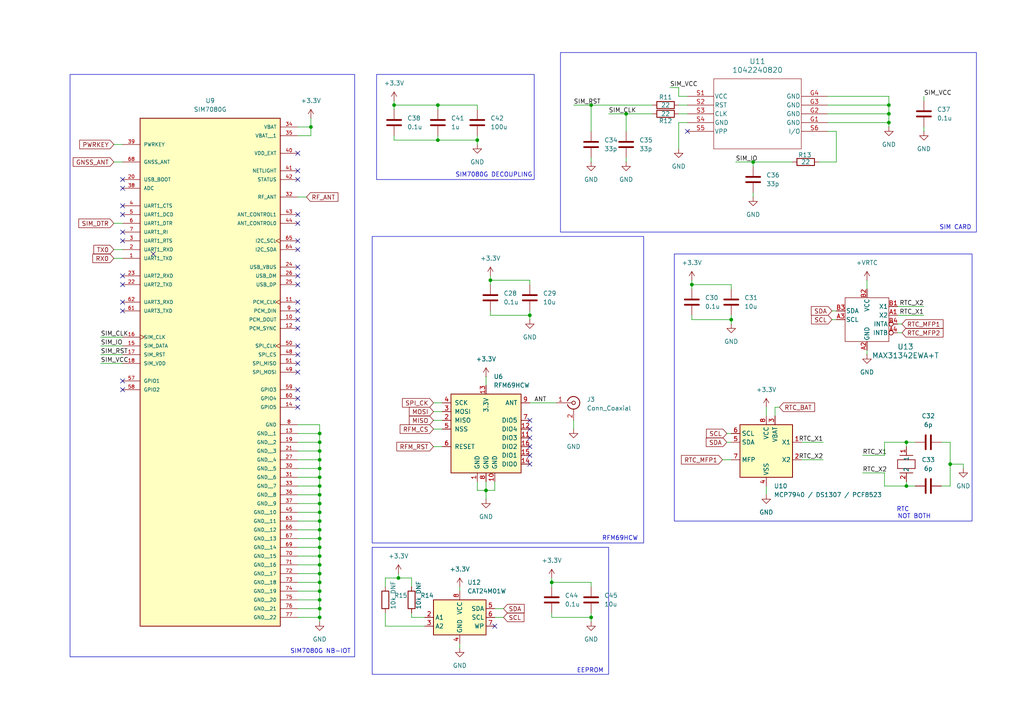
<source format=kicad_sch>
(kicad_sch (version 20231120) (generator "eeschema") (generator_version "8.0")
  (paper "A4")
  (lib_symbols
    (symbol "2024-05-28_14-23-12:SC32S-7PF20PPM" (pin_names (offset 0.254))
      (property "Reference" "XTAL" (at 5.08 4.445 0))
      (property "Value" "SC32S-7PF20PPM" (at 5.08 -4.445 0))
      (symbol "SC32S-7PF20PPM_1_1"
        (polyline (pts (xy 2.54 -1.905) (xy 2.54 1.905)) (stroke (width 0.2032)))
        (polyline (pts (xy 3.81 -2.54) (xy 3.81 2.54)) (stroke (width 0.2032)))
        (polyline (pts (xy 3.81 2.54) (xy 6.35 2.54)) (stroke (width 0.2032)))
        (polyline (pts (xy 6.35 -2.54) (xy 3.81 -2.54)) (stroke (width 0.2032)))
        (polyline (pts (xy 6.35 2.54) (xy 6.35 -2.54)) (stroke (width 0.2032)))
        (polyline (pts (xy 7.62 -1.905) (xy 7.62 1.905)) (stroke (width 0.2032)))
        (pin unspecified line (at 0 0 0) (length 2.54) (name "1") (number "1"))
        (pin unspecified line (at 10.16 0 180) (length 2.54) (name "2") (number "2"))
      )
      (symbol "SC32S-7PF20PPM_1_2"
        (polyline (pts (xy -2.54 3.81) (xy -2.54 6.35)) (stroke (width 0.2032)))
        (polyline (pts (xy -2.54 6.35) (xy 2.54 6.35)) (stroke (width 0.2032)))
        (polyline (pts (xy 1.905 2.54) (xy -1.905 2.54)) (stroke (width 0.2032)))
        (polyline (pts (xy 1.905 7.62) (xy -1.905 7.62)) (stroke (width 0.2032)))
        (polyline (pts (xy 2.54 3.81) (xy -2.54 3.81)) (stroke (width 0.2032)))
        (polyline (pts (xy 2.54 6.35) (xy 2.54 3.81)) (stroke (width 0.2032)))
        (pin unspecified line (at 0 0 90) (length 2.54) (name "1") (number "1"))
        (pin unspecified line (at 0 10.16 270) (length 2.54) (name "2") (number "2"))
      )
    )
    (symbol "2024-08-12_18-24-49:1042240820" (pin_names (offset 0.254))
      (property "Reference" "U" (at 20.32 10.16 0))
      (property "Value" "1042240820" (at 20.32 7.62 0))
      (symbol "1042240820_0_1"
        (polyline (pts (xy 7.62 -15.24) (xy 33.02 -15.24)) (stroke (width 0.127)))
        (polyline (pts (xy 7.62 5.08) (xy 7.62 -15.24)) (stroke (width 0.127)))
        (polyline (pts (xy 33.02 -15.24) (xy 33.02 5.08)) (stroke (width 0.127)))
        (polyline (pts (xy 33.02 5.08) (xy 7.62 5.08)) (stroke (width 0.127)))
        (pin power_out line (at 40.64 -7.62 180) (length 7.62) (name "GND") (number "G1"))
        (pin power_out line (at 40.64 -5.08 180) (length 7.62) (name "GND") (number "G2"))
        (pin power_out line (at 40.64 -2.54 180) (length 7.62) (name "GND") (number "G3"))
        (pin power_out line (at 40.64 0 180) (length 7.62) (name "GND") (number "G4"))
        (pin power_in line (at 0 0 0) (length 7.62) (name "VCC") (number "S1"))
        (pin unspecified line (at 0 -2.54 0) (length 7.62) (name "RST") (number "S2"))
        (pin unspecified line (at 0 -5.08 0) (length 7.62) (name "CLK") (number "S3"))
        (pin power_out line (at 0 -7.62 0) (length 7.62) (name "GND") (number "S4"))
        (pin power_in line (at 0 -10.16 0) (length 7.62) (name "VPP") (number "S5"))
        (pin unspecified line (at 40.64 -10.16 180) (length 7.62) (name "I/O") (number "S6"))
      )
    )
    (symbol "Connector:Conn_Coaxial" (pin_names (offset 1.016) hide)
      (property "Reference" "J" (at 0.254 3.048 0))
      (property "Value" "Conn_Coaxial" (at 2.921 0 90))
      (symbol "Conn_Coaxial_0_1"
        (arc (start -1.778 -0.508) (mid 0.2311 -1.8066) (end 1.778 0) (stroke (width 0.254)))
        (polyline (pts (xy -2.54 0) (xy -0.508 0)))
        (polyline (pts (xy 0 -2.54) (xy 0 -1.778)))
        (circle (center 0 0) (radius 0.508) (stroke (width 0.2032)))
        (arc (start 1.778 0) (mid 0.2099 1.8101) (end -1.778 0.508) (stroke (width 0.254)))
      )
      (symbol "Conn_Coaxial_1_1"
        (pin passive line (at -5.08 0 0) (length 2.54) (name "In") (number "1"))
        (pin passive line (at 0 -5.08 90) (length 2.54) (name "Ext") (number "2"))
      )
    )
    (symbol "Device:C" (pin_numbers hide) (pin_names (offset 0.254))
      (property "Reference" "C" (at 0.635 2.54 0))
      (property "Value" "C" (at 0.635 -2.54 0))
      (symbol "C_0_1"
        (polyline (pts (xy -2.032 -0.762) (xy 2.032 -0.762)) (stroke (width 0.508)))
        (polyline (pts (xy -2.032 0.762) (xy 2.032 0.762)) (stroke (width 0.508)))
      )
      (symbol "C_1_1"
        (pin passive line (at 0 3.81 270) (length 2.794) (name "~") (number "1"))
        (pin passive line (at 0 -3.81 90) (length 2.794) (name "~") (number "2"))
      )
    )
    (symbol "Device:R" (pin_numbers hide) (pin_names (offset 0))
      (property "Reference" "R" (at 2.032 0 90))
      (property "Value" "R" (at 0 0 90))
      (symbol "R_0_1"
        (rectangle (start -1.016 -2.54) (end 1.016 2.54) (stroke (width 0.254)))
      )
      (symbol "R_1_1"
        (pin passive line (at 0 3.81 270) (length 1.27) (name "~") (number "1"))
        (pin passive line (at 0 -3.81 90) (length 1.27) (name "~") (number "2"))
      )
    )
    (symbol "Memory_EEPROM:CAT24M01W"
      (property "Reference" "U" (at 2.54 8.89 0))
      (property "Value" "CAT24M01W" (at 6.35 6.35 0))
      (symbol "CAT24M01W_1_1"
        (rectangle (start -7.62 5.08) (end 7.62 -5.08) (stroke (width 0.254)) (fill (type background)))
        (pin no_connect line (at -7.62 2.54 0) (length 2.54) hide (name "NC") (number "1"))
        (pin input line (at -10.16 0 0) (length 2.54) (name "A1") (number "2"))
        (pin input line (at -10.16 -2.54 0) (length 2.54) (name "A2") (number "3"))
        (pin power_in line (at 0 -7.62 90) (length 2.54) (name "GND") (number "4"))
        (pin bidirectional line (at 10.16 2.54 180) (length 2.54) (name "SDA") (number "5"))
        (pin input line (at 10.16 0 180) (length 2.54) (name "SCL") (number "6"))
        (pin input line (at 10.16 -2.54 180) (length 2.54) (name "WP") (number "7"))
        (pin power_in line (at 0 7.62 270) (length 2.54) (name "VCC") (number "8"))
      )
    )
    (symbol "RF_Module:RFM69HCW" (pin_names (offset 1.016))
      (property "Reference" "U" (at -10.414 11.684 0))
      (property "Value" "RFM69HCW" (at 1.524 11.43 0))
      (symbol "RFM69HCW_0_1"
        (rectangle (start -10.16 10.16) (end 10.16 -12.7) (stroke (width 0.254)) (fill (type background)))
      )
      (symbol "RFM69HCW_1_1"
        (pin power_in line (at -2.54 -15.24 90) (length 2.54) (name "GND") (number "1"))
        (pin power_in line (at 2.54 -15.24 90) (length 2.54) (name "GND") (number "10"))
        (pin bidirectional line (at 12.7 -2.54 180) (length 2.54) (name "DIO3") (number "11"))
        (pin bidirectional line (at 12.7 0 180) (length 2.54) (name "DIO4") (number "12"))
        (pin power_in line (at 0 12.7 270) (length 2.54) (name "3.3V") (number "13"))
        (pin bidirectional line (at 12.7 -10.16 180) (length 2.54) (name "DIO0") (number "14"))
        (pin bidirectional line (at 12.7 -7.62 180) (length 2.54) (name "DIO1") (number "15"))
        (pin bidirectional line (at 12.7 -5.08 180) (length 2.54) (name "DIO2") (number "16"))
        (pin output line (at -12.7 2.54 0) (length 2.54) (name "MISO") (number "2"))
        (pin input line (at -12.7 5.08 0) (length 2.54) (name "MOSI") (number "3"))
        (pin input line (at -12.7 7.62 0) (length 2.54) (name "SCK") (number "4"))
        (pin input line (at -12.7 0 0) (length 2.54) (name "NSS") (number "5"))
        (pin bidirectional line (at -12.7 -5.08 0) (length 2.54) (name "RESET") (number "6"))
        (pin bidirectional line (at 12.7 2.54 180) (length 2.54) (name "DIO5") (number "7"))
        (pin power_in line (at 0 -15.24 90) (length 2.54) (name "GND") (number "8"))
        (pin bidirectional line (at 12.7 7.62 180) (length 2.54) (name "ANT") (number "9"))
      )
    )
    (symbol "SIM7080G:SIM7080G" (pin_names (offset 1.016))
      (property "Reference" "U" (at -20.066 44.196 0))
      (property "Value" "SIM7080G" (at -20.066 -105.156 0))
      (symbol "SIM7080G_0_0"
        (rectangle (start -20.32 -104.14) (end 20.32 43.18) (stroke (width 0.254)) (fill (type background)))
        (pin output line (at -25.4 2.54 0) (length 5.08) (name "UART1_TXD") (number "1"))
        (pin output line (at 25.4 -15.24 180) (length 5.08) (name "PCM_DOUT") (number "10"))
        (pin output clock (at 25.4 -10.16 180) (length 5.08) (name "PCM_CLK") (number "11"))
        (pin output line (at 25.4 -17.78 180) (length 5.08) (name "PCM_SYNC") (number "12"))
        (pin power_in line (at 25.4 -48.26 180) (length 5.08) (name "GND__1") (number "13"))
        (pin bidirectional line (at 25.4 -40.64 180) (length 5.08) (name "GPIO5") (number "14"))
        (pin bidirectional line (at -25.4 -22.86 0) (length 5.08) (name "SIM_DATA") (number "15"))
        (pin output clock (at -25.4 -20.32 0) (length 5.08) (name "SIM_CLK") (number "16"))
        (pin output line (at -25.4 -25.4 0) (length 5.08) (name "SIM_RST") (number "17"))
        (pin output line (at -25.4 -27.94 0) (length 5.08) (name "SIM_VDD") (number "18"))
        (pin power_in line (at 25.4 -50.8 180) (length 5.08) (name "GND__2") (number "19"))
        (pin input line (at -25.4 5.08 0) (length 5.08) (name "UART1_RXD") (number "2"))
        (pin input line (at -25.4 25.4 0) (length 5.08) (name "USB_BOOT") (number "20"))
        (pin power_in line (at 25.4 -53.34 180) (length 5.08) (name "GND__3") (number "21"))
        (pin output line (at -25.4 -5.08 0) (length 5.08) (name "UART2_TXD") (number "22"))
        (pin input line (at -25.4 -2.54 0) (length 5.08) (name "UART2_RXD") (number "23"))
        (pin input line (at 25.4 0 180) (length 5.08) (name "USB_VBUS") (number "24"))
        (pin bidirectional line (at 25.4 -5.08 180) (length 5.08) (name "USB_DP") (number "25"))
        (pin bidirectional line (at 25.4 -2.54 180) (length 5.08) (name "USB_DM") (number "26"))
        (pin power_in line (at 25.4 -55.88 180) (length 5.08) (name "GND__4") (number "27"))
        (pin input line (at -25.4 7.62 0) (length 5.08) (name "UART1_RTS") (number "3"))
        (pin power_in line (at 25.4 -58.42 180) (length 5.08) (name "GND__5") (number "30"))
        (pin power_in line (at 25.4 -60.96 180) (length 5.08) (name "GND__6") (number "31"))
        (pin bidirectional line (at 25.4 20.32 180) (length 5.08) (name "RF_ANT") (number "32"))
        (pin power_in line (at 25.4 -63.5 180) (length 5.08) (name "GND__7") (number "33"))
        (pin power_in line (at 25.4 40.64 180) (length 5.08) (name "VBAT") (number "34"))
        (pin power_in line (at 25.4 38.1 180) (length 5.08) (name "VBAT__1") (number "35"))
        (pin power_in line (at 25.4 -66.04 180) (length 5.08) (name "GND__8") (number "36"))
        (pin power_in line (at 25.4 -68.58 180) (length 5.08) (name "GND__9") (number "37"))
        (pin input line (at -25.4 22.86 0) (length 5.08) (name "ADC") (number "38"))
        (pin input line (at -25.4 35.56 0) (length 5.08) (name "PWRKEY") (number "39"))
        (pin output line (at -25.4 17.78 0) (length 5.08) (name "UART1_CTS") (number "4"))
        (pin output line (at 25.4 33.02 180) (length 5.08) (name "VDD_EXT") (number "40"))
        (pin output line (at 25.4 27.94 180) (length 5.08) (name "NETLIGHT") (number "41"))
        (pin output line (at 25.4 25.4 180) (length 5.08) (name "STATUS") (number "42"))
        (pin bidirectional line (at 25.4 15.24 180) (length 5.08) (name "ANT_CONTROL1") (number "43"))
        (pin output line (at 25.4 12.7 180) (length 5.08) (name "ANT_CONTROL0") (number "44"))
        (pin power_in line (at 25.4 -71.12 180) (length 5.08) (name "GND__10") (number "45"))
        (pin output line (at 25.4 -25.4 180) (length 5.08) (name "SPI_CS") (number "48"))
        (pin output line (at 25.4 -30.48 180) (length 5.08) (name "SPI_MOSI") (number "49"))
        (pin output line (at -25.4 15.24 0) (length 5.08) (name "UART1_DCD") (number "5"))
        (pin output clock (at 25.4 -22.86 180) (length 5.08) (name "SPI_CLK") (number "50"))
        (pin input line (at 25.4 -27.94 180) (length 5.08) (name "SPI_MISO") (number "51"))
        (pin bidirectional line (at -25.4 -33.02 0) (length 5.08) (name "GPIO1") (number "57"))
        (pin bidirectional line (at -25.4 -35.56 0) (length 5.08) (name "GPIO2") (number "58"))
        (pin bidirectional line (at 25.4 -35.56 180) (length 5.08) (name "GPIO3") (number "59"))
        (pin input line (at -25.4 12.7 0) (length 5.08) (name "UART1_DTR") (number "6"))
        (pin bidirectional line (at 25.4 -38.1 180) (length 5.08) (name "GPIO4") (number "60"))
        (pin output line (at -25.4 -12.7 0) (length 5.08) (name "UART3_TXD") (number "61"))
        (pin input line (at -25.4 -10.16 0) (length 5.08) (name "UART3_RXD") (number "62"))
        (pin power_in line (at 25.4 -73.66 180) (length 5.08) (name "GND__11") (number "63"))
        (pin bidirectional line (at 25.4 5.08 180) (length 5.08) (name "I2C_SDA") (number "64"))
        (pin output clock (at 25.4 7.62 180) (length 5.08) (name "I2C_SCL") (number "65"))
        (pin power_in line (at 25.4 -76.2 180) (length 5.08) (name "GND__12") (number "66"))
        (pin power_in line (at 25.4 -78.74 180) (length 5.08) (name "GND__13") (number "67"))
        (pin input line (at -25.4 30.48 0) (length 5.08) (name "GNSS_ANT") (number "68"))
        (pin power_in line (at 25.4 -81.28 180) (length 5.08) (name "GND__14") (number "69"))
        (pin output line (at -25.4 10.16 0) (length 5.08) (name "UART1_RI") (number "7"))
        (pin power_in line (at 25.4 -83.82 180) (length 5.08) (name "GND__15") (number "70"))
        (pin power_in line (at 25.4 -86.36 180) (length 5.08) (name "GND__16") (number "71"))
        (pin power_in line (at 25.4 -88.9 180) (length 5.08) (name "GND__17") (number "72"))
        (pin power_in line (at 25.4 -91.44 180) (length 5.08) (name "GND__18") (number "73"))
        (pin power_in line (at 25.4 -93.98 180) (length 5.08) (name "GND__19") (number "74"))
        (pin power_in line (at 25.4 -96.52 180) (length 5.08) (name "GND__20") (number "75"))
        (pin power_in line (at 25.4 -99.06 180) (length 5.08) (name "GND__21") (number "76"))
        (pin power_in line (at 25.4 -101.6 180) (length 5.08) (name "GND__22") (number "77"))
        (pin power_in line (at 25.4 -45.72 180) (length 5.08) (name "GND") (number "8"))
        (pin input line (at 25.4 -12.7 180) (length 5.08) (name "PCM_DIN") (number "9"))
      )
    )
    (symbol "Timer_RTC:MCP7940N-xP"
      (property "Reference" "U" (at -6.35 8.89 0))
      (property "Value" "MCP7940N-xP" (at 11.43 8.89 0))
      (symbol "MCP7940N-xP_0_1"
        (rectangle (start -7.62 7.62) (end 7.62 -7.62) (stroke (width 0.254)) (fill (type background)))
      )
      (symbol "MCP7940N-xP_1_1"
        (pin input line (at 10.16 2.54 180) (length 2.54) (name "X1") (number "1"))
        (pin output line (at 10.16 -2.54 180) (length 2.54) (name "X2") (number "2"))
        (pin power_in line (at 2.54 10.16 270) (length 2.54) (name "VBAT") (number "3"))
        (pin power_in line (at 0 -10.16 90) (length 2.54) (name "VSS") (number "4"))
        (pin bidirectional line (at -10.16 2.54 0) (length 2.54) (name "SDA") (number "5"))
        (pin input line (at -10.16 5.08 0) (length 2.54) (name "SCL") (number "6"))
        (pin open_collector line (at -10.16 -2.54 0) (length 2.54) (name "MFP") (number "7"))
        (pin power_in line (at 0 10.16 270) (length 2.54) (name "VCC") (number "8"))
      )
    )
    (symbol "WiSDOM:MAX31342EWA+T" (pin_names (offset 0.254))
      (property "Reference" "U13" (at 0.508 9.398 0))
      (property "Value" "MAX31342EWA+T" (at 0.508 6.858 0))
      (symbol "MAX31342EWA+T_1_1"
        (rectangle (start -6.35 -3.81) (end 6.35 -16.51))
        (pin input line (at 8.89 -8.89 180) (length 2.54) (name "X2") (number "A1"))
        (pin input line (at 0 -19.05 90) (length 2.54) (name "GND") (number "A2"))
        (pin input line (at -8.89 -10.16 0) (length 2.54) (name "SCL") (number "A3"))
        (pin input inverted (at 8.89 -13.97 180) (length 2.54) (name "INTB") (number "A4"))
        (pin input line (at 8.89 -6.35 180) (length 2.54) (name "X1") (number "B1"))
        (pin input line (at 0 -1.27 270) (length 2.54) (name "VCC") (number "B2"))
        (pin input line (at -8.89 -7.62 0) (length 2.54) (name "SDA") (number "B3"))
        (pin input inverted (at 8.89 -11.43 180) (length 2.54) (name "INTA") (number "B4"))
      )
    )
    (symbol "power:+3.3V" (power) (pin_numbers hide) (pin_names (offset 0) hide)
      (property "Value" "+3.3V" (at 0 3.556 0))
      (symbol "+3.3V_0_1"
        (polyline (pts (xy -0.762 1.27) (xy 0 2.54)))
        (polyline (pts (xy 0 0) (xy 0 2.54)))
        (polyline (pts (xy 0 2.54) (xy 0.762 1.27)))
      )
      (symbol "+3.3V_1_1"
        (pin power_in line (at 0 0 90) (length 0) (name "~") (number "1"))
      )
    )
    (symbol "power:+VSW" (power) (pin_numbers hide) (pin_names (offset 0) hide)
      (property "Value" "+VSW" (at 0 3.556 0))
      (symbol "+VSW_0_1"
        (polyline (pts (xy -0.762 1.27) (xy 0 2.54)))
        (polyline (pts (xy 0 0) (xy 0 2.54)))
        (polyline (pts (xy 0 2.54) (xy 0.762 1.27)))
      )
      (symbol "+VSW_1_1"
        (pin power_in line (at 0 0 90) (length 0) (name "~") (number "1"))
      )
    )
    (symbol "power:GND" (power) (pin_numbers hide) (pin_names (offset 0) hide)
      (property "Value" "GND" (at 0 -3.81 0))
      (symbol "GND_0_1"
        (polyline (pts (xy 0 0) (xy 0 -1.27) (xy 1.27 -1.27) (xy 0 -2.54) (xy -1.27 -1.27) (xy 0 -1.27)))
      )
      (symbol "GND_1_1"
        (pin power_in line (at 0 0 270) (length 0) (name "~") (number "1"))
      )
    )
  )
  (junction (at 262.89 140.97))
  (junction (at 90.17 36.83))
  (junction (at 92.71 140.97))
  (junction (at 92.71 176.53))
  (junction (at 257.81 35.56))
  (junction (at 212.09 92.71))
  (junction (at 257.81 33.02))
  (junction (at 140.97 142.24))
  (junction (at 92.71 148.59))
  (junction (at 127 30.48))
  (junction (at 200.66 82.55))
  (junction (at 92.71 156.21))
  (junction (at 114.3 30.48))
  (junction (at 115.57 167.64))
  (junction (at 262.89 128.27))
  (junction (at 138.43 40.64))
  (junction (at 92.71 130.81))
  (junction (at 92.71 138.43))
  (junction (at 92.71 146.05))
  (junction (at 142.24 81.28))
  (junction (at 92.71 158.75))
  (junction (at 171.45 179.07))
  (junction (at 257.81 30.48))
  (junction (at 160.02 168.91))
  (junction (at 92.71 133.35))
  (junction (at 92.71 161.29))
  (junction (at 92.71 179.07))
  (junction (at 92.71 163.83))
  (junction (at 275.59 134.62))
  (junction (at 153.67 91.44))
  (junction (at 181.61 33.02))
  (junction (at 92.71 173.99))
  (junction (at 127 40.64))
  (junction (at 92.71 168.91))
  (junction (at 92.71 128.27))
  (junction (at 92.71 151.13))
  (junction (at 171.45 30.48))
  (junction (at 92.71 143.51))
  (junction (at 92.71 171.45))
  (junction (at 92.71 166.37))
  (junction (at 218.44 46.99))
  (junction (at 92.71 153.67))
  (junction (at 92.71 135.89))
  (junction (at 92.71 125.73))
  (no_connect (at 86.36 44.45))
  (no_connect (at 86.36 72.39))
  (no_connect (at 86.36 87.63))
  (no_connect (at 153.67 121.92))
  (no_connect (at 86.36 62.23))
  (no_connect (at 35.56 69.85))
  (no_connect (at 35.56 87.63))
  (no_connect (at 143.51 181.61))
  (no_connect (at 153.67 124.46))
  (no_connect (at 86.36 52.07))
  (no_connect (at 86.36 113.03))
  (no_connect (at 35.56 113.03))
  (no_connect (at 86.36 107.95))
  (no_connect (at 153.67 129.54))
  (no_connect (at 44.45 73.66))
  (no_connect (at 86.36 49.53))
  (no_connect (at 153.67 134.62))
  (no_connect (at 199.39 38.1))
  (no_connect (at 35.56 62.23))
  (no_connect (at 153.67 132.08))
  (no_connect (at 35.56 67.31))
  (no_connect (at 86.36 100.33))
  (no_connect (at 86.36 77.47))
  (no_connect (at 35.56 52.07))
  (no_connect (at 86.36 102.87))
  (no_connect (at 35.56 59.69))
  (no_connect (at 86.36 92.71))
  (no_connect (at 153.67 127))
  (no_connect (at 86.36 80.01))
  (no_connect (at 86.36 64.77))
  (no_connect (at 86.36 95.25))
  (no_connect (at 35.56 82.55))
  (no_connect (at 86.36 118.11))
  (no_connect (at 35.56 54.61))
  (no_connect (at 35.56 90.17))
  (no_connect (at 86.36 82.55))
  (no_connect (at 86.36 90.17))
  (no_connect (at 86.36 105.41))
  (no_connect (at 86.36 69.85))
  (no_connect (at 86.36 115.57))
  (no_connect (at 35.56 110.49))
  (no_connect (at 35.56 80.01))
  (wire (pts (xy 86.36 130.81) (xy 92.71 130.81)))
  (wire (pts (xy 92.71 179.07) (xy 92.71 176.53)))
  (wire (pts (xy 86.36 151.13) (xy 92.71 151.13)))
  (wire (pts (xy 138.43 142.24) (xy 140.97 142.24)))
  (wire (pts (xy 138.43 40.64) (xy 127 40.64)))
  (wire (pts (xy 171.45 170.18) (xy 171.45 168.91)))
  (wire (pts (xy 196.85 30.48) (xy 199.39 30.48)))
  (wire (pts (xy 200.66 91.44) (xy 200.66 92.71)))
  (wire (pts (xy 127 39.37) (xy 127 40.64)))
  (wire (pts (xy 241.3 90.17) (xy 242.57 90.17)))
  (wire (pts (xy 29.21 100.33) (xy 35.56 100.33)))
  (wire (pts (xy 240.03 30.48) (xy 257.81 30.48)))
  (wire (pts (xy 181.61 38.1) (xy 181.61 33.02)))
  (wire (pts (xy 125.73 121.92) (xy 128.27 121.92)))
  (wire (pts (xy 251.46 101.6) (xy 251.46 102.87)))
  (wire (pts (xy 171.45 168.91) (xy 160.02 168.91)))
  (wire (pts (xy 111.76 181.61) (xy 123.19 181.61)))
  (wire (pts (xy 222.25 140.97) (xy 222.25 143.51)))
  (wire (pts (xy 262.89 140.97) (xy 265.43 140.97)))
  (wire (pts (xy 212.09 92.71) (xy 212.09 93.98)))
  (wire (pts (xy 86.36 179.07) (xy 92.71 179.07)))
  (wire (pts (xy 273.05 140.97) (xy 275.59 140.97)))
  (wire (pts (xy 275.59 128.27) (xy 273.05 128.27)))
  (wire (pts (xy 171.45 30.48) (xy 189.23 30.48)))
  (wire (pts (xy 92.71 146.05) (xy 92.71 148.59)))
  (wire (pts (xy 196.85 27.94) (xy 199.39 27.94)))
  (wire (pts (xy 92.71 148.59) (xy 92.71 151.13)))
  (wire (pts (xy 142.24 90.17) (xy 142.24 91.44)))
  (wire (pts (xy 250.19 132.08) (xy 256.54 132.08)))
  (wire (pts (xy 92.71 163.83) (xy 92.71 161.29)))
  (wire (pts (xy 240.03 33.02) (xy 257.81 33.02)))
  (wire (pts (xy 240.03 35.56) (xy 257.81 35.56)))
  (wire (pts (xy 257.81 30.48) (xy 257.81 33.02)))
  (wire (pts (xy 181.61 33.02) (xy 189.23 33.02)))
  (wire (pts (xy 86.36 138.43) (xy 92.71 138.43)))
  (wire (pts (xy 171.45 179.07) (xy 171.45 177.8)))
  (wire (pts (xy 86.36 176.53) (xy 92.71 176.53)))
  (wire (pts (xy 267.97 27.94) (xy 267.97 29.21)))
  (wire (pts (xy 111.76 177.8) (xy 111.76 181.61)))
  (wire (pts (xy 275.59 140.97) (xy 275.59 134.62)))
  (wire (pts (xy 86.36 57.15) (xy 88.9 57.15)))
  (wire (pts (xy 232.41 128.27) (xy 238.76 128.27)))
  (wire (pts (xy 218.44 55.88) (xy 218.44 57.15)))
  (wire (pts (xy 127 30.48) (xy 138.43 30.48)))
  (wire (pts (xy 127 40.64) (xy 114.3 40.64)))
  (wire (pts (xy 29.21 105.41) (xy 35.56 105.41)))
  (wire (pts (xy 224.79 118.11) (xy 224.79 120.65)))
  (wire (pts (xy 143.51 179.07) (xy 146.05 179.07)))
  (wire (pts (xy 196.85 33.02) (xy 199.39 33.02)))
  (wire (pts (xy 86.36 168.91) (xy 92.71 168.91)))
  (wire (pts (xy 160.02 167.64) (xy 160.02 168.91)))
  (wire (pts (xy 153.67 91.44) (xy 153.67 90.17)))
  (wire (pts (xy 209.55 133.35) (xy 212.09 133.35)))
  (wire (pts (xy 92.71 128.27) (xy 92.71 130.81)))
  (wire (pts (xy 92.71 168.91) (xy 92.71 166.37)))
  (wire (pts (xy 237.49 46.99) (xy 242.57 46.99)))
  (wire (pts (xy 111.76 170.18) (xy 111.76 167.64)))
  (wire (pts (xy 160.02 168.91) (xy 160.02 170.18)))
  (wire (pts (xy 119.38 179.07) (xy 123.19 179.07)))
  (wire (pts (xy 92.71 143.51) (xy 92.71 146.05)))
  (wire (pts (xy 229.87 46.99) (xy 218.44 46.99)))
  (wire (pts (xy 119.38 167.64) (xy 119.38 170.18)))
  (wire (pts (xy 142.24 81.28) (xy 142.24 82.55)))
  (wire (pts (xy 133.35 170.18) (xy 133.35 171.45)))
  (wire (pts (xy 29.21 102.87) (xy 35.56 102.87)))
  (wire (pts (xy 86.36 171.45) (xy 92.71 171.45)))
  (wire (pts (xy 114.3 31.75) (xy 114.3 30.48)))
  (wire (pts (xy 29.21 97.79) (xy 35.56 97.79)))
  (wire (pts (xy 140.97 142.24) (xy 140.97 144.78)))
  (wire (pts (xy 92.71 180.34) (xy 92.71 179.07)))
  (wire (pts (xy 86.36 166.37) (xy 92.71 166.37)))
  (wire (pts (xy 242.57 38.1) (xy 240.03 38.1)))
  (wire (pts (xy 222.25 118.11) (xy 222.25 120.65)))
  (wire (pts (xy 153.67 91.44) (xy 153.67 92.71)))
  (wire (pts (xy 171.45 179.07) (xy 171.45 180.34)))
  (wire (pts (xy 260.35 88.9) (xy 267.97 88.9)))
  (wire (pts (xy 92.71 153.67) (xy 92.71 151.13)))
  (wire (pts (xy 33.02 72.39) (xy 35.56 72.39)))
  (wire (pts (xy 212.09 83.82) (xy 212.09 82.55)))
  (wire (pts (xy 138.43 139.7) (xy 138.43 142.24)))
  (wire (pts (xy 262.89 140.97) (xy 262.89 139.7)))
  (wire (pts (xy 260.35 91.44) (xy 267.97 91.44)))
  (wire (pts (xy 92.71 158.75) (xy 92.71 156.21)))
  (wire (pts (xy 86.36 135.89) (xy 92.71 135.89)))
  (wire (pts (xy 86.36 153.67) (xy 92.71 153.67)))
  (wire (pts (xy 194.31 25.4) (xy 196.85 25.4)))
  (wire (pts (xy 115.57 167.64) (xy 119.38 167.64)))
  (wire (pts (xy 114.3 29.21) (xy 114.3 30.48)))
  (wire (pts (xy 92.71 123.19) (xy 92.71 125.73)))
  (wire (pts (xy 33.02 46.99) (xy 35.56 46.99)))
  (wire (pts (xy 92.71 156.21) (xy 92.71 153.67)))
  (wire (pts (xy 210.82 125.73) (xy 212.09 125.73)))
  (wire (pts (xy 119.38 177.8) (xy 119.38 179.07)))
  (wire (pts (xy 86.36 143.51) (xy 92.71 143.51)))
  (wire (pts (xy 125.73 129.54) (xy 128.27 129.54)))
  (wire (pts (xy 125.73 116.84) (xy 128.27 116.84)))
  (wire (pts (xy 86.36 128.27) (xy 92.71 128.27)))
  (wire (pts (xy 92.71 171.45) (xy 92.71 168.91)))
  (wire (pts (xy 171.45 45.72) (xy 171.45 46.99)))
  (wire (pts (xy 125.73 119.38) (xy 128.27 119.38)))
  (wire (pts (xy 92.71 135.89) (xy 92.71 138.43)))
  (wire (pts (xy 86.36 161.29) (xy 92.71 161.29)))
  (wire (pts (xy 92.71 140.97) (xy 92.71 143.51)))
  (wire (pts (xy 256.54 137.16) (xy 256.54 140.97)))
  (wire (pts (xy 153.67 81.28) (xy 142.24 81.28)))
  (wire (pts (xy 143.51 139.7) (xy 143.51 142.24)))
  (wire (pts (xy 86.36 163.83) (xy 92.71 163.83)))
  (wire (pts (xy 114.3 40.64) (xy 114.3 39.37)))
  (wire (pts (xy 142.24 91.44) (xy 153.67 91.44)))
  (wire (pts (xy 86.36 133.35) (xy 92.71 133.35)))
  (wire (pts (xy 171.45 38.1) (xy 171.45 30.48)))
  (wire (pts (xy 111.76 167.64) (xy 115.57 167.64)))
  (wire (pts (xy 86.36 148.59) (xy 92.71 148.59)))
  (wire (pts (xy 210.82 128.27) (xy 212.09 128.27)))
  (wire (pts (xy 226.06 118.11) (xy 224.79 118.11)))
  (wire (pts (xy 86.36 140.97) (xy 92.71 140.97)))
  (wire (pts (xy 138.43 30.48) (xy 138.43 31.75)))
  (wire (pts (xy 142.24 80.01) (xy 142.24 81.28)))
  (wire (pts (xy 251.46 81.28) (xy 251.46 83.82)))
  (wire (pts (xy 86.36 125.73) (xy 92.71 125.73)))
  (wire (pts (xy 241.3 92.71) (xy 242.57 92.71)))
  (wire (pts (xy 166.37 121.92) (xy 166.37 124.46)))
  (wire (pts (xy 86.36 146.05) (xy 92.71 146.05)))
  (wire (pts (xy 260.35 96.52) (xy 261.62 96.52)))
  (wire (pts (xy 160.02 179.07) (xy 171.45 179.07)))
  (wire (pts (xy 115.57 166.37) (xy 115.57 167.64)))
  (wire (pts (xy 260.35 93.98) (xy 261.62 93.98)))
  (wire (pts (xy 92.71 125.73) (xy 92.71 128.27)))
  (wire (pts (xy 140.97 109.22) (xy 140.97 111.76)))
  (wire (pts (xy 218.44 46.99) (xy 218.44 48.26)))
  (wire (pts (xy 262.89 129.54) (xy 262.89 128.27)))
  (wire (pts (xy 114.3 30.48) (xy 127 30.48)))
  (wire (pts (xy 92.71 123.19) (xy 86.36 123.19)))
  (wire (pts (xy 92.71 173.99) (xy 92.71 171.45)))
  (wire (pts (xy 86.36 173.99) (xy 92.71 173.99)))
  (wire (pts (xy 86.36 39.37) (xy 90.17 39.37)))
  (wire (pts (xy 166.37 30.48) (xy 171.45 30.48)))
  (wire (pts (xy 256.54 128.27) (xy 256.54 132.08)))
  (wire (pts (xy 232.41 133.35) (xy 238.76 133.35)))
  (wire (pts (xy 275.59 134.62) (xy 275.59 128.27)))
  (wire (pts (xy 257.81 27.94) (xy 257.81 30.48)))
  (wire (pts (xy 200.66 82.55) (xy 200.66 83.82)))
  (wire (pts (xy 240.03 27.94) (xy 257.81 27.94)))
  (wire (pts (xy 279.4 134.62) (xy 275.59 134.62)))
  (wire (pts (xy 140.97 142.24) (xy 143.51 142.24)))
  (wire (pts (xy 242.57 46.99) (xy 242.57 38.1)))
  (wire (pts (xy 138.43 40.64) (xy 138.43 41.91)))
  (wire (pts (xy 140.97 139.7) (xy 140.97 142.24)))
  (wire (pts (xy 176.53 33.02) (xy 181.61 33.02)))
  (wire (pts (xy 200.66 92.71) (xy 212.09 92.71)))
  (wire (pts (xy 143.51 176.53) (xy 146.05 176.53)))
  (wire (pts (xy 256.54 140.97) (xy 262.89 140.97)))
  (wire (pts (xy 250.19 137.16) (xy 256.54 137.16)))
  (wire (pts (xy 213.36 46.99) (xy 218.44 46.99)))
  (wire (pts (xy 262.89 128.27) (xy 265.43 128.27)))
  (wire (pts (xy 33.02 74.93) (xy 35.56 74.93)))
  (wire (pts (xy 92.71 138.43) (xy 92.71 140.97)))
  (wire (pts (xy 86.36 156.21) (xy 92.71 156.21)))
  (wire (pts (xy 92.71 166.37) (xy 92.71 163.83)))
  (wire (pts (xy 196.85 43.18) (xy 196.85 35.56)))
  (wire (pts (xy 196.85 35.56) (xy 199.39 35.56)))
  (wire (pts (xy 125.73 124.46) (xy 128.27 124.46)))
  (wire (pts (xy 181.61 45.72) (xy 181.61 46.99)))
  (wire (pts (xy 90.17 36.83) (xy 86.36 36.83)))
  (wire (pts (xy 92.71 130.81) (xy 92.71 133.35)))
  (wire (pts (xy 196.85 27.94) (xy 196.85 25.4)))
  (wire (pts (xy 257.81 33.02) (xy 257.81 35.56)))
  (wire (pts (xy 279.4 135.89) (xy 279.4 134.62)))
  (wire (pts (xy 200.66 81.28) (xy 200.66 82.55)))
  (wire (pts (xy 212.09 82.55) (xy 200.66 82.55)))
  (wire (pts (xy 267.97 36.83) (xy 267.97 38.1)))
  (wire (pts (xy 33.02 41.91) (xy 35.56 41.91)))
  (wire (pts (xy 86.36 158.75) (xy 92.71 158.75)))
  (wire (pts (xy 257.81 35.56) (xy 257.81 36.83)))
  (wire (pts (xy 153.67 82.55) (xy 153.67 81.28)))
  (wire (pts (xy 127 30.48) (xy 127 31.75)))
  (wire (pts (xy 133.35 186.69) (xy 133.35 187.96)))
  (wire (pts (xy 90.17 39.37) (xy 90.17 36.83)))
  (wire (pts (xy 262.89 128.27) (xy 256.54 128.27)))
  (wire (pts (xy 92.71 161.29) (xy 92.71 158.75)))
  (wire (pts (xy 90.17 34.29) (xy 90.17 36.83)))
  (wire (pts (xy 138.43 39.37) (xy 138.43 40.64)))
  (wire (pts (xy 153.67 116.84) (xy 161.29 116.84)))
  (wire (pts (xy 92.71 176.53) (xy 92.71 173.99)))
  (wire (pts (xy 212.09 92.71) (xy 212.09 91.44)))
  (wire (pts (xy 160.02 177.8) (xy 160.02 179.07)))
  (wire (pts (xy 33.02 64.77) (xy 35.56 64.77)))
  (wire (pts (xy 92.71 133.35) (xy 92.71 135.89)))
  (rectangle (start 107.95 68.58) (end 186.69 157.48))
  (rectangle (start 20.32 21.59) (end 102.87 190.5))
  (rectangle (start 107.95 158.75) (end 176.53 195.58))
  (rectangle (start 109.22 21.59) (end 154.94 52.07))
  (rectangle (start 162.56 15.24) (end 283.21 67.31))
  (rectangle (start 195.58 73.66) (end 281.94 151.13))
  (text "RFM69HCW" (at 179.832 156.21 0) (effects (font (size 1.27 1.27))))
  (text "EEPROM" (at 171.196 194.564 0) (effects (font (size 1.27 1.27))))
  (text "SIM7080G DECOUPLING" (at 143.256 50.8 0) (effects (font (size 1.27 1.27))))
  (text "RTC" (at 261.874 147.828 0) (effects (font (size 1.27 1.27))))
  (text "SIM CARD" (at 277.114 66.04 0) (effects (font (size 1.27 1.27))))
  (text "SIM7080G NB-IOT" (at 92.964 188.976 0) (effects (font (size 1.27 1.27))))
  (text "NOT BOTH" (at 265.176 149.86 0) (effects (font (size 1.27 1.27))))
  (label "SIM_IO" (at 29.21 100.33 0))
  (label "RTC_X2" (at 250.19 137.16 0))
  (label "RTC_X1" (at 250.19 132.08 0))
  (label "SIM_VCC" (at 194.31 25.4 0))
  (label "ANT" (at 154.94 116.84 0))
  (label "RTC_X2" (at 238.76 133.35 180))
  (label "SIM_RST" (at 29.21 102.87 0))
  (label "SIM_CLK" (at 29.21 97.79 0))
  (label "SIM_RST" (at 166.37 30.48 0))
  (label "RTC_X1" (at 267.97 91.44 180))
  (label "SIM_VCC" (at 267.97 27.94 0))
  (label "RTC_X1" (at 238.76 128.27 180))
  (label "SIM_CLK" (at 176.53 33.02 0))
  (label "RTC_X2" (at 267.97 88.9 180))
  (label "SIM_IO" (at 213.36 46.99 0))
  (label "SIM_VCC" (at 29.21 105.41 0))
  (global_label "RTC_MFP1" (shape input) (at 209.55 133.35 180) (property "Intersheetrefs" "${INTERSHEET_REFS}" (effects (hide yes))))
  (global_label "SDA" (shape input) (at 210.82 128.27 180) (property "Intersheetrefs" "${INTERSHEET_REFS}" (effects (hide yes))))
  (global_label "SIM_DTR" (shape input) (at 33.02 64.77 180) (property "Intersheetrefs" "${INTERSHEET_REFS}" (effects (hide yes))))
  (global_label "MOSI" (shape input) (at 125.73 119.38 180) (property "Intersheetrefs" "${INTERSHEET_REFS}" (effects (hide yes))))
  (global_label "RX0" (shape input) (at 33.02 74.93 180) (property "Intersheetrefs" "${INTERSHEET_REFS}" (effects (hide yes))))
  (global_label "SCL" (shape input) (at 210.82 125.73 180) (property "Intersheetrefs" "${INTERSHEET_REFS}" (effects (hide yes))))
  (global_label "RF_ANT" (shape input) (at 88.9 57.15 0) (property "Intersheetrefs" "${INTERSHEET_REFS}" (effects (hide yes))))
  (global_label "TX0" (shape input) (at 33.02 72.39 180) (property "Intersheetrefs" "${INTERSHEET_REFS}" (effects (hide yes))))
  (global_label "GNSS_ANT" (shape input) (at 33.02 46.99 180) (property "Intersheetrefs" "${INTERSHEET_REFS}" (effects (hide yes))))
  (global_label "PWRKEY" (shape input) (at 33.02 41.91 180) (property "Intersheetrefs" "${INTERSHEET_REFS}" (effects (hide yes))))
  (global_label "SPI_CK" (shape input) (at 125.73 116.84 180) (property "Intersheetrefs" "${INTERSHEET_REFS}" (effects (hide yes))))
  (global_label "RTC_MFP1" (shape input) (at 261.62 93.98 0) (property "Intersheetrefs" "${INTERSHEET_REFS}" (effects (hide yes))))
  (global_label "RTC_MFP2" (shape input) (at 261.62 96.52 0) (property "Intersheetrefs" "${INTERSHEET_REFS}" (effects (hide yes))))
  (global_label "RFM_RST" (shape input) (at 125.73 129.54 180) (property "Intersheetrefs" "${INTERSHEET_REFS}" (effects (hide yes))))
  (global_label "RFM_CS" (shape input) (at 125.73 124.46 180) (property "Intersheetrefs" "${INTERSHEET_REFS}" (effects (hide yes))))
  (global_label "SDA" (shape input) (at 241.3 90.17 180) (property "Intersheetrefs" "${INTERSHEET_REFS}" (effects (hide yes))))
  (global_label "RTC_BAT" (shape input) (at 226.06 118.11 0) (property "Intersheetrefs" "${INTERSHEET_REFS}" (effects (hide yes))))
  (global_label "MISO" (shape input) (at 125.73 121.92 180) (property "Intersheetrefs" "${INTERSHEET_REFS}" (effects (hide yes))))
  (global_label "SDA" (shape input) (at 146.05 176.53 0) (property "Intersheetrefs" "${INTERSHEET_REFS}" (effects (hide yes))))
  (global_label "SCL" (shape input) (at 241.3 92.71 180) (property "Intersheetrefs" "${INTERSHEET_REFS}" (effects (hide yes))))
  (global_label "SCL" (shape input) (at 146.05 179.07 0) (property "Intersheetrefs" "${INTERSHEET_REFS}" (effects (hide yes))))
  (symbol (lib_id "power:GND") (at 257.81 36.83 0) (unit 1)
    (property "Reference" "#PWR071" (effects (hide yes)))
    (property "Value" "GND" (at 257.81 41.91 0))
    (property "Description" "Power symbol creates a global label with name \"GND\" , ground" (effects (hide yes)))
  )
  (symbol (lib_id "power:GND") (at 218.44 57.15 0) (unit 1)
    (property "Reference" "#PWR070" (effects (hide yes)))
    (property "Value" "GND" (at 218.44 62.23 0))
    (property "Description" "Power symbol creates a global label with name \"GND\" , ground" (effects (hide yes)))
  )
  (symbol (lib_id "power:GND") (at 166.37 124.46 0) (unit 1)
    (property "Reference" "#PWR045" (effects (hide yes)))
    (property "Value" "GND" (at 166.37 129.54 0))
    (property "Description" "Power symbol creates a global label with name \"GND\" , ground" (effects (hide yes)))
  )
  (symbol (lib_id "Device:R") (at 111.76 173.99 0) (unit 1)
    (property "Reference" "R15" (at 114.3 172.7199 0) (effects (justify left)))
    (property "Value" "10k DNF" (at 114.046 176.784 90) (effects (justify left)))
    (property "Footprint" "Resistor_SMD:R_0402_1005Metric_Pad0.72x0.64mm_HandSolder" (effects (hide yes)))
    (property "Description" "Resistor" (effects (hide yes)))
  )
  (symbol (lib_id "RF_Module:RFM69HCW") (at 140.97 124.46 0) (unit 1)
    (property "Reference" "U6" (at 143.1641 109.22 0) (effects (justify left)))
    (property "Value" "RFM69HCW" (at 143.1641 111.76 0) (effects (justify left)))
    (property "Footprint" "RF_Module:HOPERF_RFM9XW_SMD" (effects (hide yes)))
    (property "Datasheet" "https://www.hoperf.com/data/upload/portal/20181127/5bfcb8284d838.pdf" (effects (hide yes)))
    (property "Description" "Low power ISM Radio Transceiver Module, SPI interface, AES encryption, 434 or 915 MHz, up to 100mW, up to 300 kb/s, SMD-16, DIP-16" (effects (hide yes)))
  )
  (symbol (lib_id "Device:C") (at 114.3 35.56 0) (unit 1)
    (property "Reference" "C38" (at 118.11 34.2899 0) (effects (justify left)))
    (property "Value" "0.1u" (at 118.11 36.8299 0) (effects (justify left)))
    (property "Footprint" "Capacitor_SMD:C_0402_1005Metric_Pad0.74x0.62mm_HandSolder" (effects (hide yes)))
    (property "Description" "Unpolarized capacitor" (effects (hide yes)))
  )
  (symbol (lib_id "Device:R") (at 193.04 30.48 90) (unit 1)
    (property "Reference" "R11" (at 193.04 28.194 90))
    (property "Value" "22" (at 193.04 30.48 90))
    (property "Footprint" "Capacitor_SMD:C_0805_2012Metric_Pad1.18x1.45mm_HandSolder" (effects (hide yes)))
    (property "Description" "Resistor" (effects (hide yes)))
  )
  (symbol (lib_id "WiSDOM:MAX31342EWA+T") (at 251.46 82.55 0) (unit 1)
    (property "Reference" "U13" (at 262.636 100.584 0) (effects (font (size 1.524 1.524))))
    (property "Value" "MAX31342EWA+T" (at 262.636 103.124 0) (effects (font (size 1.524 1.524))))
    (property "Footprint" "WiSDOM:21-100291_W80D&plus_1_MXM" (effects (hide yes)))
    (property "Datasheet" "MAX31342EWA+T" (effects (hide yes)))
  )
  (symbol (lib_id "power:GND") (at 171.45 180.34 0) (unit 1)
    (property "Reference" "#PWR088" (effects (hide yes)))
    (property "Value" "GND" (at 171.45 185.42 0))
    (property "Description" "Power symbol creates a global label with name \"GND\" , ground" (effects (hide yes)))
  )
  (symbol (lib_id "power:GND") (at 212.09 93.98 0) (unit 1)
    (property "Reference" "#PWR051" (effects (hide yes)))
    (property "Value" "GND" (at 212.09 99.06 0))
    (property "Description" "Power symbol creates a global label with name \"GND\" , ground" (effects (hide yes)))
  )
  (symbol (lib_id "Device:C") (at 171.45 173.99 0) (unit 1)
    (property "Reference" "C45" (at 175.26 172.7199 0) (effects (justify left)))
    (property "Value" "10u" (at 175.26 175.2599 0) (effects (justify left)))
    (property "Footprint" "Capacitor_SMD:C_0805_2012Metric_Pad1.18x1.45mm_HandSolder" (effects (hide yes)))
    (property "Description" "Unpolarized capacitor" (effects (hide yes)))
  )
  (symbol (lib_id "power:+3.3V") (at 90.17 34.29 0) (unit 1)
    (property "Reference" "#PWR063" (effects (hide yes)))
    (property "Value" "+3.3V" (at 90.17 29.21 0))
    (property "Description" "Power symbol creates a global label with name \"+3.3V\"" (effects (hide yes)))
  )
  (symbol (lib_id "power:+3.3V") (at 140.97 109.22 0) (unit 1)
    (property "Reference" "#PWR044" (effects (hide yes)))
    (property "Value" "+3.3V" (at 140.97 104.14 0))
    (property "Description" "Power symbol creates a global label with name \"+3.3V\"" (effects (hide yes)))
  )
  (symbol (lib_id "Device:C") (at 142.24 86.36 0) (unit 1)
    (property "Reference" "C28" (at 146.05 85.0899 0) (effects (justify left)))
    (property "Value" "0.1u" (at 146.05 87.6299 0) (effects (justify left)))
    (property "Footprint" "Capacitor_SMD:C_0402_1005Metric_Pad0.74x0.62mm_HandSolder" (effects (hide yes)))
    (property "Description" "Unpolarized capacitor" (effects (hide yes)))
  )
  (symbol (lib_id "power:GND") (at 181.61 46.99 0) (unit 1)
    (property "Reference" "#PWR066" (effects (hide yes)))
    (property "Value" "GND" (at 181.61 52.07 0))
    (property "Description" "Power symbol creates a global label with name \"GND\" , ground" (effects (hide yes)))
  )
  (symbol (lib_id "Connector:Conn_Coaxial") (at 166.37 116.84 0) (unit 1)
    (property "Reference" "J3" (at 170.18 115.8631 0) (effects (justify left)))
    (property "Value" "Conn_Coaxial" (at 170.18 118.4031 0) (effects (justify left)))
    (property "Footprint" "Connector_Coaxial:SMA_Samtec_SMA-J-P-H-ST-EM1_EdgeMount" (effects (hide yes)))
    (property "Description" "coaxial connector (BNC, SMA, SMB, SMC, Cinch/RCA, LEMO, ...)" (effects (hide yes)))
  )
  (symbol (lib_id "power:+3.3V") (at 115.57 166.37 0) (unit 1)
    (property "Reference" "#PWR075" (effects (hide yes)))
    (property "Value" "+3.3V" (at 115.57 161.29 0))
    (property "Description" "Power symbol creates a global label with name \"+3.3V\"" (effects (hide yes)))
  )
  (symbol (lib_id "Device:C") (at 212.09 87.63 0) (unit 1)
    (property "Reference" "C31" (at 215.9 86.3599 0) (effects (justify left)))
    (property "Value" "10u" (at 215.9 88.8999 0) (effects (justify left)))
    (property "Footprint" "Capacitor_SMD:C_0805_2012Metric_Pad1.18x1.45mm_HandSolder" (effects (hide yes)))
    (property "Description" "Unpolarized capacitor" (effects (hide yes)))
  )
  (symbol (lib_id "power:+3.3V") (at 200.66 81.28 0) (unit 1)
    (property "Reference" "#PWR050" (effects (hide yes)))
    (property "Value" "+3.3V" (at 200.66 76.2 0))
    (property "Description" "Power symbol creates a global label with name \"+3.3V\"" (effects (hide yes)))
  )
  (symbol (lib_id "Device:C") (at 171.45 41.91 0) (unit 1)
    (property "Reference" "C34" (at 175.26 40.6399 0) (effects (justify left)))
    (property "Value" "33p" (at 175.26 43.1799 0) (effects (justify left)))
    (property "Footprint" "Capacitor_SMD:C_0402_1005Metric_Pad0.74x0.62mm_HandSolder" (effects (hide yes)))
    (property "Description" "Unpolarized capacitor" (effects (hide yes)))
  )
  (symbol (lib_id "power:GND") (at 140.97 144.78 0) (unit 1)
    (property "Reference" "#PWR043" (effects (hide yes)))
    (property "Value" "GND" (at 140.97 149.86 0))
    (property "Description" "Power symbol creates a global label with name \"GND\" , ground" (effects (hide yes)))
  )
  (symbol (lib_id "Device:C") (at 267.97 33.02 0) (unit 1)
    (property "Reference" "C37" (at 271.78 31.7499 0) (effects (justify left)))
    (property "Value" "0.1u" (at 271.78 34.2899 0) (effects (justify left)))
    (property "Footprint" "Capacitor_SMD:C_0402_1005Metric_Pad0.74x0.62mm_HandSolder" (effects (hide yes)))
    (property "Description" "Unpolarized capacitor" (effects (hide yes)))
  )
  (symbol (lib_id "power:GND") (at 171.45 46.99 0) (unit 1)
    (property "Reference" "#PWR065" (effects (hide yes)))
    (property "Value" "GND" (at 171.45 52.07 0))
    (property "Description" "Power symbol creates a global label with name \"GND\" , ground" (effects (hide yes)))
  )
  (symbol (lib_id "Device:R") (at 119.38 173.99 0) (unit 1)
    (property "Reference" "R14" (at 121.92 172.7199 0) (effects (justify left)))
    (property "Value" "10k DNF" (at 121.412 176.784 90) (effects (justify left)))
    (property "Footprint" "Resistor_SMD:R_0402_1005Metric_Pad0.72x0.64mm_HandSolder" (effects (hide yes)))
    (property "Description" "Resistor" (effects (hide yes)))
  )
  (symbol (lib_id "2024-08-12_18-24-49:1042240820") (at 199.39 27.94 0) (unit 1)
    (property "Reference" "U11" (at 219.71 17.78 0) (effects (font (size 1.524 1.524))))
    (property "Value" "1042240820" (at 219.71 20.32 0) (effects (font (size 1.524 1.524))))
    (property "Footprint" "WiSDOM:1042240820_MOL" (effects (hide yes)))
    (property "Datasheet" "1042240820" (effects (hide yes)))
  )
  (symbol (lib_id "Device:C") (at 127 35.56 0) (unit 1)
    (property "Reference" "C41" (at 130.81 34.2899 0) (effects (justify left)))
    (property "Value" "1u" (at 130.81 36.8299 0) (effects (justify left)))
    (property "Footprint" "Capacitor_SMD:C_0805_2012Metric_Pad1.18x1.45mm_HandSolder" (effects (hide yes)))
    (property "Description" "Unpolarized capacitor" (effects (hide yes)))
  )
  (symbol (lib_id "power:GND") (at 138.43 41.91 0) (unit 1)
    (property "Reference" "#PWR069" (effects (hide yes)))
    (property "Value" "GND" (at 138.43 46.99 0))
    (property "Description" "Power symbol creates a global label with name \"GND\" , ground" (effects (hide yes)))
  )
  (symbol (lib_id "power:GND") (at 92.71 180.34 0) (unit 1)
    (property "Reference" "#PWR064" (effects (hide yes)))
    (property "Value" "GND" (at 92.71 185.42 0))
    (property "Description" "Power symbol creates a global label with name \"GND\" , ground" (effects (hide yes)))
  )
  (symbol (lib_id "Device:C") (at 153.67 86.36 0) (unit 1)
    (property "Reference" "C29" (at 157.48 85.0899 0) (effects (justify left)))
    (property "Value" "10u" (at 157.48 87.6299 0) (effects (justify left)))
    (property "Footprint" "Capacitor_SMD:C_0805_2012Metric_Pad1.18x1.45mm_HandSolder" (effects (hide yes)))
    (property "Description" "Unpolarized capacitor" (effects (hide yes)))
  )
  (symbol (lib_id "power:GND") (at 279.4 135.89 0) (unit 1)
    (property "Reference" "#PWR052" (effects (hide yes)))
    (property "Value" "GND" (at 279.4 140.97 0))
    (property "Description" "Power symbol creates a global label with name \"GND\" , ground" (effects (hide yes)))
  )
  (symbol (lib_id "power:GND") (at 133.35 187.96 0) (unit 1)
    (property "Reference" "#PWR074" (effects (hide yes)))
    (property "Value" "GND" (at 133.35 193.04 0))
    (property "Description" "Power symbol creates a global label with name \"GND\" , ground" (effects (hide yes)))
  )
  (symbol (lib_id "power:GND") (at 222.25 143.51 0) (unit 1)
    (property "Reference" "#PWR047" (effects (hide yes)))
    (property "Value" "GND" (at 222.25 148.59 0))
    (property "Description" "Power symbol creates a global label with name \"GND\" , ground" (effects (hide yes)))
  )
  (symbol (lib_id "Device:C") (at 269.24 140.97 90) (unit 1)
    (property "Reference" "C33" (at 269.24 133.35 90))
    (property "Value" "6p" (at 269.24 135.89 90))
    (property "Footprint" "Capacitor_SMD:C_0603_1608Metric_Pad1.08x0.95mm_HandSolder" (effects (hide yes)))
    (property "Description" "Unpolarized capacitor" (effects (hide yes)))
  )
  (symbol (lib_id "Memory_EEPROM:CAT24M01W") (at 133.35 179.07 0) (unit 1)
    (property "Reference" "U12" (at 135.5441 168.91 0) (effects (justify left)))
    (property "Value" "CAT24M01W" (at 135.5441 171.45 0) (effects (justify left)))
    (property "Footprint" "Package_SO:SOIC-8_3.9x4.9mm_P1.27mm" (effects (hide yes)))
    (property "Datasheet" "https://www.onsemi.com/pub/Collateral/CAT24M01-D.PDF" (effects (hide yes)))
    (property "Description" "1 Mb I2C CMOS Serial EEPROM, SOIC-8" (effects (hide yes)))
  )
  (symbol (lib_id "Device:C") (at 138.43 35.56 0) (unit 1)
    (property "Reference" "C42" (at 142.24 34.2899 0) (effects (justify left)))
    (property "Value" "100u" (at 142.24 36.8299 0) (effects (justify left)))
    (property "Footprint" "Capacitor_SMD:C_0805_2012Metric_Pad1.18x1.45mm_HandSolder" (effects (hide yes)))
    (property "Description" "Unpolarized capacitor" (effects (hide yes)))
  )
  (symbol (lib_id "power:+3.3V") (at 114.3 29.21 0) (unit 1)
    (property "Reference" "#PWR068" (effects (hide yes)))
    (property "Value" "+3.3V" (at 114.3 24.13 0))
    (property "Description" "Power symbol creates a global label with name \"+3.3V\"" (effects (hide yes)))
  )
  (symbol (lib_id "Device:C") (at 200.66 87.63 0) (unit 1)
    (property "Reference" "C30" (at 204.47 86.3599 0) (effects (justify left)))
    (property "Value" "0.1u" (at 204.47 88.8999 0) (effects (justify left)))
    (property "Footprint" "Capacitor_SMD:C_0402_1005Metric_Pad0.74x0.62mm_HandSolder" (effects (hide yes)))
    (property "Description" "Unpolarized capacitor" (effects (hide yes)))
  )
  (symbol (lib_id "power:GND") (at 196.85 43.18 0) (unit 1)
    (property "Reference" "#PWR067" (effects (hide yes)))
    (property "Value" "GND" (at 196.85 48.26 0))
    (property "Description" "Power symbol creates a global label with name \"GND\" , ground" (effects (hide yes)))
  )
  (symbol (lib_id "power:+3.3V") (at 222.25 118.11 0) (unit 1)
    (property "Reference" "#PWR046" (effects (hide yes)))
    (property "Value" "+3.3V" (at 222.25 113.03 0))
    (property "Description" "Power symbol creates a global label with name \"+3.3V\"" (effects (hide yes)))
  )
  (symbol (lib_id "power:+VSW") (at 251.46 81.28 0) (unit 1)
    (property "Reference" "#PWR083" (effects (hide yes)))
    (property "Value" "+VRTC" (at 251.46 76.2 0))
    (property "Description" "Power symbol creates a global label with name \"+VSW\"" (effects (hide yes)))
  )
  (symbol (lib_id "Device:C") (at 160.02 173.99 0) (unit 1)
    (property "Reference" "C44" (at 163.83 172.7199 0) (effects (justify left)))
    (property "Value" "0.1u" (at 163.83 175.2599 0) (effects (justify left)))
    (property "Footprint" "Capacitor_SMD:C_0402_1005Metric_Pad0.74x0.62mm_HandSolder" (effects (hide yes)))
    (property "Description" "Unpolarized capacitor" (effects (hide yes)))
  )
  (symbol (lib_id "Device:R") (at 193.04 33.02 90) (unit 1)
    (property "Reference" "R12" (at 193.04 35.052 90))
    (property "Value" "22" (at 193.04 33.02 90))
    (property "Footprint" "Capacitor_SMD:C_0805_2012Metric_Pad1.18x1.45mm_HandSolder" (effects (hide yes)))
    (property "Description" "Resistor" (effects (hide yes)))
  )
  (symbol (lib_id "Device:C") (at 269.24 128.27 90) (unit 1)
    (property "Reference" "C32" (at 269.24 120.65 90))
    (property "Value" "6p" (at 269.24 123.19 90))
    (property "Footprint" "Capacitor_SMD:C_0603_1608Metric_Pad1.08x0.95mm_HandSolder" (effects (hide yes)))
    (property "Description" "Unpolarized capacitor" (effects (hide yes)))
  )
  (symbol (lib_id "Device:C") (at 181.61 41.91 0) (unit 1)
    (property "Reference" "C35" (at 185.42 40.6399 0) (effects (justify left)))
    (property "Value" "33p" (at 185.42 43.1799 0) (effects (justify left)))
    (property "Footprint" "Capacitor_SMD:C_0402_1005Metric_Pad0.74x0.62mm_HandSolder" (effects (hide yes)))
    (property "Description" "Unpolarized capacitor" (effects (hide yes)))
  )
  (symbol (lib_id "power:+3.3V") (at 160.02 167.64 0) (unit 1)
    (property "Reference" "#PWR087" (effects (hide yes)))
    (property "Value" "+3.3V" (at 160.02 162.56 0))
    (property "Description" "Power symbol creates a global label with name \"+3.3V\"" (effects (hide yes)))
  )
  (symbol (lib_id "SIM7080G:SIM7080G") (at 60.96 77.47 0) (unit 1)
    (property "Reference" "U9" (at 60.96 29.21 0))
    (property "Value" "SIM7080G" (at 60.96 31.75 0))
    (property "Footprint" "WiSDOM:XCVR_SIM7080G" (effects (hide yes)))
    (property "PARTREV" "1.04" (effects (hide yes)))
    (property "STANDARD" "Manufacturer Recommendation" (effects (hide yes)))
    (property "MAXIMUM_PACKAGE_HEIGHT" "2.6 mm" (effects (hide yes)))
    (property "MANUFACTURER" "SIMCOM" (effects (hide yes)))
  )
  (symbol (lib_id "power:GND") (at 267.97 38.1 0) (unit 1)
    (property "Reference" "#PWR072" (effects (hide yes)))
    (property "Value" "GND" (at 267.97 43.18 0))
    (property "Description" "Power symbol creates a global label with name \"GND\" , ground" (effects (hide yes)))
  )
  (symbol (lib_id "power:GND") (at 153.67 92.71 0) (unit 1)
    (property "Reference" "#PWR049" (effects (hide yes)))
    (property "Value" "GND" (at 153.67 97.79 0))
    (property "Description" "Power symbol creates a global label with name \"GND\" , ground" (effects (hide yes)))
  )
  (symbol (lib_id "power:GND") (at 251.46 102.87 0) (unit 1)
    (property "Reference" "#PWR084" (effects (hide yes)))
    (property "Value" "GND" (at 251.46 107.95 0))
    (property "Description" "Power symbol creates a global label with name \"GND\" , ground" (effects (hide yes)))
  )
  (symbol (lib_id "Timer_RTC:MCP7940N-xP") (at 222.25 130.81 0) (unit 1)
    (property "Reference" "U10" (at 224.4441 140.97 0) (effects (justify left)))
    (property "Value" "MCP7940 / DS1307 / PCF8523" (at 224.4441 143.51 0) (effects (justify left)))
    (property "Footprint" "Package_SO:SOIC-8_3.9x4.9mm_P1.27mm" (effects (hide yes)))
    (property "Datasheet" "http://ww1.microchip.com/downloads/en/DeviceDoc/20005010F.pdf" (effects (hide yes)))
    (property "Description" "Real-Time Clock, I2C, Battery Backup, DIP-8" (effects (hide yes)))
  )
  (symbol (lib_id "power:+3.3V") (at 142.24 80.01 0) (unit 1)
    (property "Reference" "#PWR048" (effects (hide yes)))
    (property "Value" "+3.3V" (at 142.24 74.93 0))
    (property "Description" "Power symbol creates a global label with name \"+3.3V\"" (effects (hide yes)))
  )
  (symbol (lib_id "Device:R") (at 233.68 46.99 90) (unit 1)
    (property "Reference" "R13" (at 233.426 44.958 90))
    (property "Value" "22" (at 233.68 46.99 90))
    (property "Footprint" "Capacitor_SMD:C_0805_2012Metric_Pad1.18x1.45mm_HandSolder" (effects (hide yes)))
    (property "Description" "Resistor" (effects (hide yes)))
  )
  (symbol (lib_id "power:+3.3V") (at 133.35 170.18 0) (unit 1)
    (property "Reference" "#PWR073" (effects (hide yes)))
    (property "Value" "+3.3V" (at 133.35 165.1 0))
    (property "Description" "Power symbol creates a global label with name \"+3.3V\"" (effects (hide yes)))
  )
  (symbol (lib_id "2024-05-28_14-23-12:SC32S-7PF20PPM") (at 262.89 129.54 270) (unit 1)
    (property "Reference" "XTAL1" (effects (hide yes)))
    (property "Value" "SC32S-7PF20PPM" (effects (hide yes)))
    (property "Footprint" "WiSDOM:XTAL_SC32S-7PF20PPM_EPS" (effects (hide yes)))
    (property "Datasheet" "SC32S-7PF20PPM" (effects (hide yes)))
  )
  (symbol (lib_id "Device:C") (at 218.44 52.07 0) (unit 1)
    (property "Reference" "C36" (at 222.25 50.7999 0) (effects (justify left)))
    (property "Value" "33p" (at 222.25 53.3399 0) (effects (justify left)))
    (property "Footprint" "Capacitor_SMD:C_0402_1005Metric_Pad0.74x0.62mm_HandSolder" (effects (hide yes)))
    (property "Description" "Unpolarized capacitor" (effects (hide yes)))
  )
)
</source>
